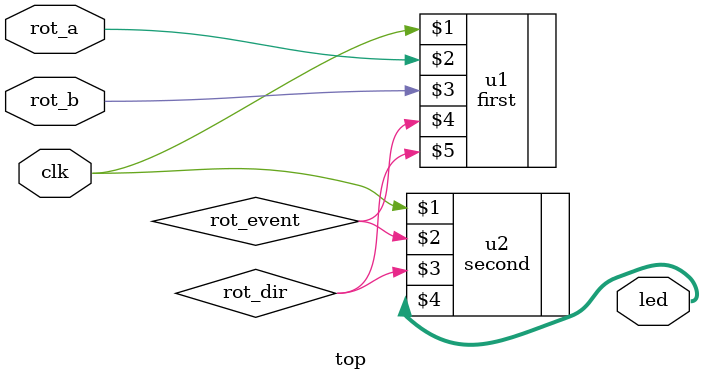
<source format=v>
`timescale 1ns / 1ps
module top(clk,rot_a,rot_b,led
    );
input clk,rot_a,rot_b;
output [7:0] led;
wire [7:0] led;
wire rot_event,rot_dir;
first u1(clk,rot_a,rot_b,rot_event,rot_dir);
second u2(clk,rot_event,rot_dir,led);

endmodule

</source>
